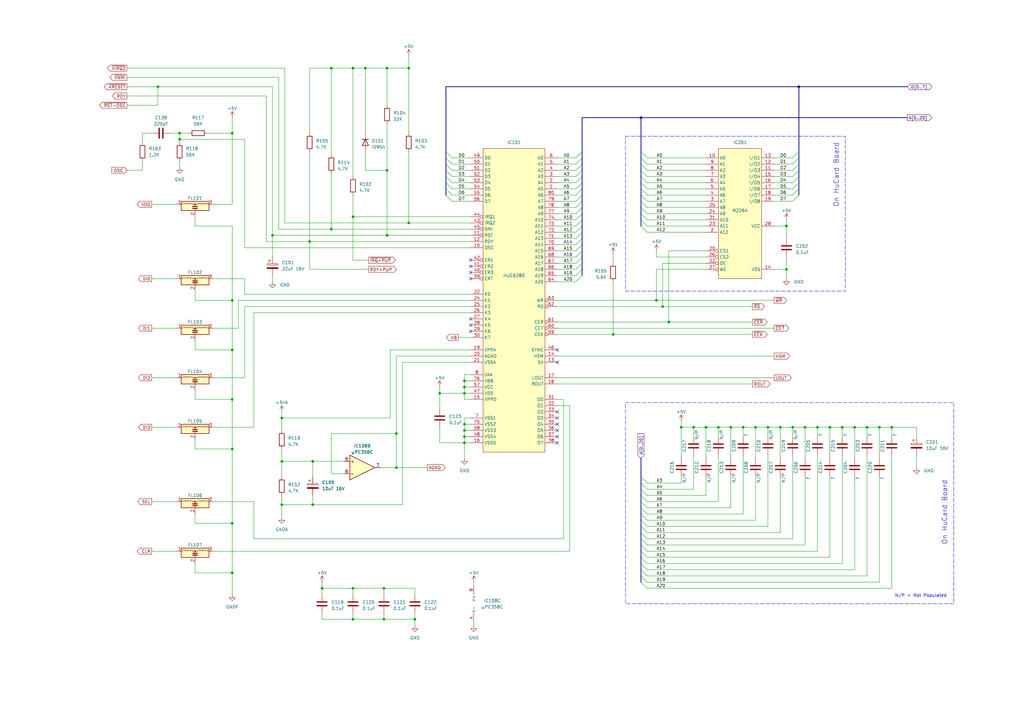
<source format=kicad_sch>
(kicad_sch (version 20230121) (generator eeschema)
  (paper "A3")
  (title_block (title "PC Engine CPU and RAM") (date "2023-08-17") (rev "1.0") (comment 1 "Differences reverse engineered from original PWD-623A board") (comment 2 "Adapted from existing TurboGrafx-16 schematics by Cosam"))
  (junction (at 95.25 184.15))
  (junction (at 128.27 207.01))
  (junction (at 144.78 254))
  (junction (at 95.25 234.95))
  (junction (at 115.57 207.01))
  (junction (at 170.18 254))
  (junction (at 190.5 158.75))
  (junction (at 365.76 175.26))
  (junction (at 340.36 175.26))
  (junction (at 262.89 48.26))
  (junction (at 144.78 27.94))
  (junction (at 95.25 163.83))
  (junction (at 135.89 93.98))
  (junction (at 251.46 137.16))
  (junction (at 111.76 96.52))
  (junction (at 127 99.06))
  (junction (at 149.86 27.94))
  (junction (at 73.66 54.61))
  (junction (at 64.77 35.56))
  (junction (at 162.56 191.77))
  (junction (at 73.66 57.15))
  (junction (at 167.64 27.94))
  (junction (at 320.04 175.26))
  (junction (at 144.78 88.9))
  (junction (at 350.52 175.26))
  (junction (at 95.25 123.19))
  (junction (at 158.75 96.52))
  (junction (at 190.5 179.07))
  (junction (at 269.24 123.19))
  (junction (at 95.25 214.63))
  (junction (at 330.2 175.26))
  (junction (at 190.5 176.53))
  (junction (at 180.34 161.29))
  (junction (at 304.8 175.26))
  (junction (at 322.58 92.71))
  (junction (at 190.5 161.29))
  (junction (at 335.28 175.26))
  (junction (at 279.4 175.26))
  (junction (at 115.57 171.45))
  (junction (at 95.25 143.51))
  (junction (at 157.48 254))
  (junction (at 132.08 241.3))
  (junction (at 284.48 175.26))
  (junction (at 128.27 189.23))
  (junction (at 274.32 132.08))
  (junction (at 190.5 173.99))
  (junction (at 322.58 110.49))
  (junction (at 162.56 177.8))
  (junction (at 289.56 175.26))
  (junction (at 299.72 175.26))
  (junction (at 158.75 27.94))
  (junction (at 325.12 175.26))
  (junction (at 345.44 175.26))
  (junction (at 167.64 91.44))
  (junction (at 314.96 175.26))
  (junction (at 115.57 189.23))
  (junction (at 271.78 125.73))
  (junction (at 158.75 69.85))
  (junction (at 309.88 175.26))
  (junction (at 135.89 27.94))
  (junction (at 144.78 241.3))
  (junction (at 157.48 241.3))
  (junction (at 95.25 54.61))
  (junction (at 190.5 156.21))
  (junction (at 294.64 175.26))
  (junction (at 327.66 35.56))
  (junction (at 190.5 181.61))
  (junction (at 360.68 175.26))
  (junction (at 355.6 175.26))
  (no_connect (at 228.6 179.07))
  (no_connect (at 228.6 173.99))
  (no_connect (at 228.6 181.61))
  (no_connect (at 228.6 176.53))
  (no_connect (at 228.6 143.51))
  (no_connect (at 193.04 130.81))
  (no_connect (at 193.04 135.89))
  (no_connect (at 193.04 114.3))
  (no_connect (at 193.04 133.35))
  (no_connect (at 228.6 171.45))
  (no_connect (at 228.6 148.59))
  (no_connect (at 193.04 109.22))
  (no_connect (at 193.04 106.68))
  (no_connect (at 228.6 168.91))
  (no_connect (at 193.04 111.76))
  (bus_entry (at 262.89 208.28) (size 2.54 2.54))
  (bus_entry (at 262.89 62.23) (size 2.54 2.54))
  (bus_entry (at 238.76 113.03) (size -2.54 2.54))
  (bus_entry (at 238.76 87.63) (size -2.54 2.54))
  (bus_entry (at 238.76 90.17) (size -2.54 2.54))
  (bus_entry (at 262.89 205.74) (size 2.54 2.54))
  (bus_entry (at 182.88 69.85) (size 2.54 2.54))
  (bus_entry (at 238.76 69.85) (size -2.54 2.54))
  (bus_entry (at 262.89 200.66) (size 2.54 2.54))
  (bus_entry (at 262.89 203.2) (size 2.54 2.54))
  (bus_entry (at 238.76 77.47) (size -2.54 2.54))
  (bus_entry (at 262.89 220.98) (size 2.54 2.54))
  (bus_entry (at 238.76 102.87) (size -2.54 2.54))
  (bus_entry (at 238.76 74.93) (size -2.54 2.54))
  (bus_entry (at 262.89 72.39) (size 2.54 2.54))
  (bus_entry (at 262.89 80.01) (size 2.54 2.54))
  (bus_entry (at 262.89 218.44) (size 2.54 2.54))
  (bus_entry (at 327.66 72.39) (size -2.54 2.54))
  (bus_entry (at 182.88 67.31) (size 2.54 2.54))
  (bus_entry (at 238.76 80.01) (size -2.54 2.54))
  (bus_entry (at 327.66 77.47) (size -2.54 2.54))
  (bus_entry (at 238.76 82.55) (size -2.54 2.54))
  (bus_entry (at 262.89 210.82) (size 2.54 2.54))
  (bus_entry (at 262.89 213.36) (size 2.54 2.54))
  (bus_entry (at 262.89 85.09) (size 2.54 2.54))
  (bus_entry (at 238.76 97.79) (size -2.54 2.54))
  (bus_entry (at 327.66 67.31) (size -2.54 2.54))
  (bus_entry (at 182.88 77.47) (size 2.54 2.54))
  (bus_entry (at 238.76 105.41) (size -2.54 2.54))
  (bus_entry (at 182.88 62.23) (size 2.54 2.54))
  (bus_entry (at 262.89 223.52) (size 2.54 2.54))
  (bus_entry (at 327.66 62.23) (size -2.54 2.54))
  (bus_entry (at 262.89 69.85) (size 2.54 2.54))
  (bus_entry (at 238.76 100.33) (size -2.54 2.54))
  (bus_entry (at 262.89 92.71) (size 2.54 2.54))
  (bus_entry (at 182.88 80.01) (size 2.54 2.54))
  (bus_entry (at 262.89 198.12) (size 2.54 2.54))
  (bus_entry (at 238.76 64.77) (size -2.54 2.54))
  (bus_entry (at 262.89 233.68) (size 2.54 2.54))
  (bus_entry (at 327.66 69.85) (size -2.54 2.54))
  (bus_entry (at 262.89 226.06) (size 2.54 2.54))
  (bus_entry (at 262.89 64.77) (size 2.54 2.54))
  (bus_entry (at 238.76 62.23) (size -2.54 2.54))
  (bus_entry (at 262.89 195.58) (size 2.54 2.54))
  (bus_entry (at 238.76 110.49) (size -2.54 2.54))
  (bus_entry (at 262.89 74.93) (size 2.54 2.54))
  (bus_entry (at 262.89 215.9) (size 2.54 2.54))
  (bus_entry (at 238.76 95.25) (size -2.54 2.54))
  (bus_entry (at 182.88 74.93) (size 2.54 2.54))
  (bus_entry (at 327.66 64.77) (size -2.54 2.54))
  (bus_entry (at 182.88 72.39) (size 2.54 2.54))
  (bus_entry (at 262.89 90.17) (size 2.54 2.54))
  (bus_entry (at 262.89 82.55) (size 2.54 2.54))
  (bus_entry (at 262.89 87.63) (size 2.54 2.54))
  (bus_entry (at 262.89 238.76) (size 2.54 2.54))
  (bus_entry (at 327.66 80.01) (size -2.54 2.54))
  (bus_entry (at 262.89 231.14) (size 2.54 2.54))
  (bus_entry (at 238.76 72.39) (size -2.54 2.54))
  (bus_entry (at 262.89 67.31) (size 2.54 2.54))
  (bus_entry (at 262.89 236.22) (size 2.54 2.54))
  (bus_entry (at 238.76 107.95) (size -2.54 2.54))
  (bus_entry (at 262.89 228.6) (size 2.54 2.54))
  (bus_entry (at 182.88 64.77) (size 2.54 2.54))
  (bus_entry (at 327.66 74.93) (size -2.54 2.54))
  (bus_entry (at 238.76 92.71) (size -2.54 2.54))
  (bus_entry (at 238.76 67.31) (size -2.54 2.54))
  (bus_entry (at 238.76 85.09) (size -2.54 2.54))
  (bus_entry (at 262.89 77.47) (size 2.54 2.54))
  (wire (pts (xy 193.04 93.98) (xy 135.89 93.98)))
  (wire (pts (xy 62.23 83.82) (xy 72.39 83.82)))
  (bus (pts (xy 262.89 213.36) (xy 262.89 210.82)))
  (bus (pts (xy 262.89 187.96) (xy 262.89 195.58)))
  (wire (pts (xy 80.01 180.34) (xy 80.01 184.15)))
  (wire (pts (xy 265.43 80.01) (xy 289.56 80.01)))
  (bus (pts (xy 238.76 80.01) (xy 238.76 77.47)))
  (bus (pts (xy 327.66 35.56) (xy 327.66 62.23)))
  (wire (pts (xy 314.96 179.07) (xy 314.96 175.26)))
  (bus (pts (xy 238.76 100.33) (xy 238.76 97.79)))
  (bus (pts (xy 262.89 208.28) (xy 262.89 205.74)))
  (wire (pts (xy 158.75 27.94) (xy 167.64 27.94)))
  (wire (pts (xy 167.64 22.86) (xy 167.64 27.94)))
  (bus (pts (xy 262.89 205.74) (xy 262.89 203.2)))
  (bus (pts (xy 182.88 80.01) (xy 182.88 77.47)))
  (wire (pts (xy 265.43 198.12) (xy 279.4 198.12)))
  (wire (pts (xy 170.18 254) (xy 170.18 256.54)))
  (wire (pts (xy 350.52 175.26) (xy 350.52 187.96)))
  (wire (pts (xy 294.64 175.26) (xy 289.56 175.26)))
  (wire (pts (xy 233.68 166.37) (xy 233.68 226.06)))
  (wire (pts (xy 251.46 104.14) (xy 251.46 107.95)))
  (wire (pts (xy 135.89 27.94) (xy 144.78 27.94)))
  (bus (pts (xy 238.76 82.55) (xy 238.76 80.01)))
  (wire (pts (xy 309.88 175.26) (xy 304.8 175.26)))
  (wire (pts (xy 157.48 241.3) (xy 157.48 243.84)))
  (wire (pts (xy 360.68 238.76) (xy 265.43 238.76)))
  (wire (pts (xy 127 99.06) (xy 193.04 99.06)))
  (wire (pts (xy 228.6 90.17) (xy 236.22 90.17)))
  (wire (pts (xy 330.2 187.96) (xy 330.2 175.26)))
  (bus (pts (xy 262.89 82.55) (xy 262.89 80.01)))
  (wire (pts (xy 185.42 82.55) (xy 193.04 82.55)))
  (wire (pts (xy 193.04 146.05) (xy 162.56 146.05)))
  (bus (pts (xy 262.89 195.58) (xy 262.89 198.12)))
  (wire (pts (xy 289.56 195.58) (xy 289.56 203.2)))
  (wire (pts (xy 132.08 241.3) (xy 144.78 241.3)))
  (wire (pts (xy 265.43 82.55) (xy 289.56 82.55)))
  (wire (pts (xy 265.43 95.25) (xy 289.56 95.25)))
  (wire (pts (xy 340.36 175.26) (xy 335.28 175.26)))
  (wire (pts (xy 162.56 191.77) (xy 175.26 191.77)))
  (wire (pts (xy 345.44 231.14) (xy 345.44 186.69)))
  (wire (pts (xy 265.43 210.82) (xy 304.8 210.82)))
  (wire (pts (xy 322.58 105.41) (xy 322.58 110.49)))
  (wire (pts (xy 284.48 175.26) (xy 284.48 179.07)))
  (wire (pts (xy 180.34 181.61) (xy 180.34 175.26)))
  (wire (pts (xy 80.01 234.95) (xy 80.01 231.14)))
  (wire (pts (xy 228.6 92.71) (xy 236.22 92.71)))
  (bus (pts (xy 262.89 210.82) (xy 262.89 208.28)))
  (wire (pts (xy 95.25 92.71) (xy 95.25 123.19)))
  (wire (pts (xy 144.78 88.9) (xy 144.78 80.01)))
  (wire (pts (xy 73.66 54.61) (xy 73.66 57.15)))
  (wire (pts (xy 269.24 110.49) (xy 289.56 110.49)))
  (wire (pts (xy 228.6 102.87) (xy 236.22 102.87)))
  (bus (pts (xy 262.89 72.39) (xy 262.89 74.93)))
  (wire (pts (xy 265.43 74.93) (xy 289.56 74.93)))
  (wire (pts (xy 127 110.49) (xy 151.13 110.49)))
  (bus (pts (xy 262.89 236.22) (xy 262.89 233.68)))
  (bus (pts (xy 262.89 203.2) (xy 262.89 200.66)))
  (wire (pts (xy 289.56 105.41) (xy 269.24 105.41)))
  (wire (pts (xy 190.5 161.29) (xy 193.04 161.29)))
  (bus (pts (xy 238.76 107.95) (xy 238.76 105.41)))
  (wire (pts (xy 111.76 113.03) (xy 111.76 115.57)))
  (wire (pts (xy 73.66 66.04) (xy 73.66 68.58)))
  (wire (pts (xy 100.33 101.6) (xy 193.04 101.6)))
  (wire (pts (xy 228.6 123.19) (xy 269.24 123.19)))
  (wire (pts (xy 228.6 69.85) (xy 236.22 69.85)))
  (wire (pts (xy 335.28 226.06) (xy 335.28 186.69)))
  (bus (pts (xy 238.76 87.63) (xy 238.76 85.09)))
  (bus (pts (xy 238.76 92.71) (xy 238.76 95.25)))
  (wire (pts (xy 62.23 226.06) (xy 72.39 226.06)))
  (wire (pts (xy 87.63 226.06) (xy 233.68 226.06)))
  (wire (pts (xy 271.78 125.73) (xy 308.61 125.73)))
  (wire (pts (xy 190.5 173.99) (xy 190.5 176.53)))
  (wire (pts (xy 193.04 120.65) (xy 100.33 120.65)))
  (wire (pts (xy 111.76 96.52) (xy 158.75 96.52)))
  (wire (pts (xy 167.64 91.44) (xy 193.04 91.44)))
  (wire (pts (xy 190.5 179.07) (xy 190.5 181.61)))
  (wire (pts (xy 228.6 154.94) (xy 317.5 154.94)))
  (wire (pts (xy 330.2 175.26) (xy 325.12 175.26)))
  (wire (pts (xy 190.5 176.53) (xy 190.5 179.07)))
  (wire (pts (xy 231.14 220.98) (xy 104.14 220.98)))
  (wire (pts (xy 228.6 105.41) (xy 236.22 105.41)))
  (wire (pts (xy 127 99.06) (xy 127 110.49)))
  (bus (pts (xy 327.66 72.39) (xy 327.66 69.85)))
  (bus (pts (xy 262.89 220.98) (xy 262.89 223.52)))
  (wire (pts (xy 144.78 241.3) (xy 144.78 243.84)))
  (wire (pts (xy 180.34 161.29) (xy 180.34 167.64)))
  (wire (pts (xy 128.27 189.23) (xy 128.27 195.58)))
  (wire (pts (xy 97.79 123.19) (xy 193.04 123.19)))
  (wire (pts (xy 251.46 115.57) (xy 251.46 137.16)))
  (wire (pts (xy 294.64 179.07) (xy 294.64 175.26)))
  (bus (pts (xy 262.89 87.63) (xy 262.89 85.09)))
  (wire (pts (xy 265.43 213.36) (xy 309.88 213.36)))
  (wire (pts (xy 58.42 58.42) (xy 58.42 54.61)))
  (wire (pts (xy 95.25 83.82) (xy 95.25 54.61)))
  (wire (pts (xy 190.5 173.99) (xy 193.04 173.99)))
  (wire (pts (xy 162.56 146.05) (xy 162.56 177.8)))
  (wire (pts (xy 322.58 110.49) (xy 317.5 110.49)))
  (wire (pts (xy 330.2 223.52) (xy 265.43 223.52)))
  (bus (pts (xy 182.88 64.77) (xy 182.88 62.23)))
  (bus (pts (xy 262.89 228.6) (xy 262.89 231.14)))
  (wire (pts (xy 193.04 125.73) (xy 100.33 125.73)))
  (wire (pts (xy 190.5 181.61) (xy 180.34 181.61)))
  (wire (pts (xy 265.43 200.66) (xy 284.48 200.66)))
  (wire (pts (xy 228.6 132.08) (xy 274.32 132.08)))
  (wire (pts (xy 132.08 243.84) (xy 132.08 241.3)))
  (wire (pts (xy 69.85 54.61) (xy 73.66 54.61)))
  (wire (pts (xy 127 27.94) (xy 127 54.61)))
  (wire (pts (xy 294.64 175.26) (xy 299.72 175.26)))
  (wire (pts (xy 95.25 234.95) (xy 80.01 234.95)))
  (wire (pts (xy 365.76 175.26) (xy 375.92 175.26)))
  (wire (pts (xy 294.64 186.69) (xy 294.64 205.74)))
  (wire (pts (xy 304.8 186.69) (xy 304.8 210.82)))
  (wire (pts (xy 299.72 175.26) (xy 304.8 175.26)))
  (wire (pts (xy 265.43 228.6) (xy 340.36 228.6)))
  (bus (pts (xy 182.88 72.39) (xy 182.88 69.85)))
  (wire (pts (xy 265.43 77.47) (xy 289.56 77.47)))
  (wire (pts (xy 85.09 54.61) (xy 95.25 54.61)))
  (wire (pts (xy 52.07 43.18) (xy 64.77 43.18)))
  (wire (pts (xy 144.78 254) (xy 144.78 251.46)))
  (wire (pts (xy 115.57 207.01) (xy 128.27 207.01)))
  (bus (pts (xy 262.89 77.47) (xy 262.89 74.93)))
  (wire (pts (xy 185.42 64.77) (xy 193.04 64.77)))
  (wire (pts (xy 62.23 205.74) (xy 72.39 205.74)))
  (wire (pts (xy 185.42 69.85) (xy 193.04 69.85)))
  (wire (pts (xy 149.86 62.23) (xy 149.86 69.85)))
  (wire (pts (xy 80.01 163.83) (xy 95.25 163.83)))
  (wire (pts (xy 165.1 148.59) (xy 165.1 207.01)))
  (wire (pts (xy 73.66 54.61) (xy 77.47 54.61)))
  (bus (pts (xy 238.76 92.71) (xy 238.76 90.17)))
  (wire (pts (xy 228.6 166.37) (xy 233.68 166.37)))
  (wire (pts (xy 228.6 107.95) (xy 236.22 107.95)))
  (wire (pts (xy 95.25 54.61) (xy 95.25 48.26)))
  (wire (pts (xy 132.08 238.76) (xy 132.08 241.3)))
  (wire (pts (xy 116.84 27.94) (xy 52.07 27.94)))
  (wire (pts (xy 64.77 43.18) (xy 64.77 35.56)))
  (wire (pts (xy 350.52 233.68) (xy 265.43 233.68)))
  (wire (pts (xy 80.01 214.63) (xy 95.25 214.63)))
  (wire (pts (xy 330.2 195.58) (xy 330.2 223.52)))
  (bus (pts (xy 327.66 67.31) (xy 327.66 64.77)))
  (bus (pts (xy 262.89 48.26) (xy 262.89 62.23)))
  (wire (pts (xy 314.96 186.69) (xy 314.96 215.9)))
  (wire (pts (xy 111.76 35.56) (xy 64.77 35.56)))
  (wire (pts (xy 62.23 154.94) (xy 72.39 154.94)))
  (wire (pts (xy 115.57 189.23) (xy 128.27 189.23)))
  (bus (pts (xy 327.66 77.47) (xy 327.66 74.93)))
  (wire (pts (xy 345.44 175.26) (xy 350.52 175.26)))
  (wire (pts (xy 190.5 156.21) (xy 193.04 156.21)))
  (wire (pts (xy 95.25 163.83) (xy 95.25 184.15)))
  (wire (pts (xy 265.43 87.63) (xy 289.56 87.63)))
  (wire (pts (xy 317.5 67.31) (xy 325.12 67.31)))
  (wire (pts (xy 144.78 27.94) (xy 149.86 27.94)))
  (wire (pts (xy 149.86 27.94) (xy 149.86 54.61)))
  (wire (pts (xy 100.33 154.94) (xy 87.63 154.94)))
  (wire (pts (xy 180.34 161.29) (xy 190.5 161.29)))
  (wire (pts (xy 265.43 67.31) (xy 289.56 67.31)))
  (bus (pts (xy 262.89 90.17) (xy 262.89 87.63)))
  (wire (pts (xy 170.18 254) (xy 157.48 254)))
  (wire (pts (xy 100.33 125.73) (xy 100.33 154.94)))
  (wire (pts (xy 190.5 153.67) (xy 193.04 153.67)))
  (wire (pts (xy 157.48 241.3) (xy 170.18 241.3)))
  (wire (pts (xy 269.24 105.41) (xy 269.24 102.87)))
  (wire (pts (xy 160.02 143.51) (xy 193.04 143.51)))
  (wire (pts (xy 190.5 179.07) (xy 193.04 179.07)))
  (wire (pts (xy 115.57 189.23) (xy 115.57 184.15)))
  (bus (pts (xy 182.88 35.56) (xy 327.66 35.56)))
  (wire (pts (xy 187.96 138.43) (xy 193.04 138.43)))
  (bus (pts (xy 238.76 97.79) (xy 238.76 95.25)))
  (wire (pts (xy 100.33 57.15) (xy 100.33 101.6)))
  (wire (pts (xy 193.04 96.52) (xy 158.75 96.52)))
  (wire (pts (xy 114.3 93.98) (xy 135.89 93.98)))
  (bus (pts (xy 262.89 64.77) (xy 262.89 67.31)))
  (wire (pts (xy 109.22 99.06) (xy 127 99.06)))
  (wire (pts (xy 111.76 96.52) (xy 111.76 105.41)))
  (wire (pts (xy 193.04 88.9) (xy 144.78 88.9)))
  (bus (pts (xy 262.89 198.12) (xy 262.89 200.66)))
  (wire (pts (xy 115.57 189.23) (xy 115.57 195.58)))
  (bus (pts (xy 238.76 77.47) (xy 238.76 74.93)))
  (wire (pts (xy 185.42 77.47) (xy 193.04 77.47)))
  (wire (pts (xy 190.5 158.75) (xy 190.5 161.29)))
  (wire (pts (xy 265.43 208.28) (xy 299.72 208.28)))
  (wire (pts (xy 190.5 153.67) (xy 190.5 156.21)))
  (bus (pts (xy 262.89 67.31) (xy 262.89 69.85)))
  (wire (pts (xy 265.43 90.17) (xy 289.56 90.17)))
  (wire (pts (xy 194.31 255.27) (xy 194.31 256.54)))
  (wire (pts (xy 355.6 175.26) (xy 355.6 179.07)))
  (bus (pts (xy 262.89 226.06) (xy 262.89 228.6)))
  (wire (pts (xy 279.4 172.72) (xy 279.4 175.26)))
  (wire (pts (xy 265.43 85.09) (xy 289.56 85.09)))
  (wire (pts (xy 299.72 195.58) (xy 299.72 208.28)))
  (wire (pts (xy 104.14 128.27) (xy 193.04 128.27)))
  (wire (pts (xy 265.43 203.2) (xy 289.56 203.2)))
  (wire (pts (xy 144.78 241.3) (xy 157.48 241.3)))
  (wire (pts (xy 365.76 241.3) (xy 265.43 241.3)))
  (wire (pts (xy 144.78 27.94) (xy 144.78 72.39)))
  (wire (pts (xy 317.5 82.55) (xy 325.12 82.55)))
  (bus (pts (xy 182.88 67.31) (xy 182.88 64.77)))
  (bus (pts (xy 262.89 231.14) (xy 262.89 233.68)))
  (wire (pts (xy 289.56 175.26) (xy 289.56 187.96)))
  (wire (pts (xy 144.78 88.9) (xy 144.78 106.68)))
  (wire (pts (xy 80.01 139.7) (xy 80.01 143.51)))
  (wire (pts (xy 274.32 102.87) (xy 289.56 102.87)))
  (wire (pts (xy 80.01 210.82) (xy 80.01 214.63)))
  (bus (pts (xy 182.88 62.23) (xy 182.88 35.56)))
  (bus (pts (xy 238.76 64.77) (xy 238.76 67.31)))
  (wire (pts (xy 170.18 241.3) (xy 170.18 243.84)))
  (bus (pts (xy 238.76 67.31) (xy 238.76 69.85)))
  (wire (pts (xy 325.12 175.26) (xy 320.04 175.26)))
  (wire (pts (xy 228.6 64.77) (xy 236.22 64.77)))
  (wire (pts (xy 317.5 64.77) (xy 325.12 64.77)))
  (bus (pts (xy 262.89 48.26) (xy 372.11 48.26)))
  (wire (pts (xy 345.44 175.26) (xy 345.44 179.07)))
  (wire (pts (xy 375.92 186.69) (xy 375.92 191.77)))
  (wire (pts (xy 355.6 186.69) (xy 355.6 236.22)))
  (wire (pts (xy 104.14 175.26) (xy 104.14 128.27)))
  (wire (pts (xy 167.64 62.23) (xy 167.64 91.44)))
  (wire (pts (xy 127 62.23) (xy 127 99.06)))
  (wire (pts (xy 80.01 88.9) (xy 80.01 92.71)))
  (bus (pts (xy 262.89 215.9) (xy 262.89 213.36)))
  (wire (pts (xy 228.6 163.83) (xy 231.14 163.83)))
  (wire (pts (xy 193.04 163.83) (xy 190.5 163.83)))
  (wire (pts (xy 251.46 137.16) (xy 228.6 137.16)))
  (wire (pts (xy 350.52 195.58) (xy 350.52 233.68)))
  (bus (pts (xy 238.76 69.85) (xy 238.76 72.39)))
  (bus (pts (xy 182.88 74.93) (xy 182.88 72.39)))
  (wire (pts (xy 375.92 175.26) (xy 375.92 179.07)))
  (wire (pts (xy 115.57 168.91) (xy 115.57 171.45)))
  (wire (pts (xy 228.6 82.55) (xy 236.22 82.55)))
  (wire (pts (xy 265.43 64.77) (xy 289.56 64.77)))
  (wire (pts (xy 115.57 171.45) (xy 160.02 171.45)))
  (wire (pts (xy 228.6 72.39) (xy 236.22 72.39)))
  (wire (pts (xy 128.27 189.23) (xy 140.97 189.23)))
  (wire (pts (xy 322.58 92.71) (xy 322.58 97.79)))
  (wire (pts (xy 279.4 175.26) (xy 279.4 187.96)))
  (wire (pts (xy 80.01 143.51) (xy 95.25 143.51)))
  (wire (pts (xy 265.43 236.22) (xy 355.6 236.22)))
  (wire (pts (xy 160.02 171.45) (xy 160.02 143.51)))
  (wire (pts (xy 162.56 177.8) (xy 162.56 191.77)))
  (wire (pts (xy 135.89 71.12) (xy 135.89 93.98)))
  (bus (pts (xy 262.89 62.23) (xy 262.89 64.77)))
  (wire (pts (xy 228.6 110.49) (xy 236.22 110.49)))
  (wire (pts (xy 158.75 69.85) (xy 158.75 96.52)))
  (wire (pts (xy 284.48 186.69) (xy 284.48 200.66)))
  (wire (pts (xy 193.04 171.45) (xy 190.5 171.45)))
  (wire (pts (xy 193.04 148.59) (xy 165.1 148.59)))
  (wire (pts (xy 104.14 220.98) (xy 104.14 205.74)))
  (wire (pts (xy 180.34 161.29) (xy 180.34 158.75)))
  (wire (pts (xy 135.89 177.8) (xy 162.56 177.8)))
  (wire (pts (xy 62.23 114.3) (xy 72.39 114.3)))
  (bus (pts (xy 238.76 85.09) (xy 238.76 82.55)))
  (wire (pts (xy 340.36 175.26) (xy 345.44 175.26)))
  (wire (pts (xy 228.6 125.73) (xy 271.78 125.73)))
  (bus (pts (xy 238.76 102.87) (xy 238.76 100.33)))
  (wire (pts (xy 132.08 254) (xy 132.08 251.46)))
  (wire (pts (xy 309.88 187.96) (xy 309.88 175.26)))
  (wire (pts (xy 190.5 176.53) (xy 193.04 176.53)))
  (wire (pts (xy 73.66 57.15) (xy 73.66 58.42)))
  (wire (pts (xy 265.43 72.39) (xy 289.56 72.39)))
  (wire (pts (xy 317.5 69.85) (xy 325.12 69.85)))
  (wire (pts (xy 116.84 91.44) (xy 167.64 91.44)))
  (wire (pts (xy 231.14 163.83) (xy 231.14 220.98)))
  (wire (pts (xy 158.75 43.18) (xy 158.75 27.94)))
  (wire (pts (xy 135.89 27.94) (xy 135.89 63.5)))
  (bus (pts (xy 262.89 69.85) (xy 262.89 72.39)))
  (wire (pts (xy 62.23 175.26) (xy 72.39 175.26)))
  (wire (pts (xy 80.01 92.71) (xy 95.25 92.71)))
  (wire (pts (xy 111.76 96.52) (xy 111.76 35.56)))
  (wire (pts (xy 335.28 179.07) (xy 335.28 175.26)))
  (wire (pts (xy 228.6 95.25) (xy 236.22 95.25)))
  (wire (pts (xy 157.48 254) (xy 157.48 251.46)))
  (wire (pts (xy 228.6 85.09) (xy 236.22 85.09)))
  (wire (pts (xy 144.78 254) (xy 132.08 254)))
  (wire (pts (xy 228.6 115.57) (xy 236.22 115.57)))
  (wire (pts (xy 309.88 195.58) (xy 309.88 213.36)))
  (wire (pts (xy 228.6 74.93) (xy 236.22 74.93)))
  (wire (pts (xy 360.68 175.26) (xy 365.76 175.26)))
  (wire (pts (xy 317.5 72.39) (xy 325.12 72.39)))
  (bus (pts (xy 238.76 113.03) (xy 238.76 110.49)))
  (wire (pts (xy 190.5 181.61) (xy 193.04 181.61)))
  (wire (pts (xy 58.42 54.61) (xy 62.23 54.61)))
  (bus (pts (xy 262.89 92.71) (xy 262.89 90.17)))
  (wire (pts (xy 265.43 69.85) (xy 289.56 69.85)))
  (bus (pts (xy 262.89 236.22) (xy 262.89 238.76)))
  (bus (pts (xy 262.89 215.9) (xy 262.89 218.44)))
  (wire (pts (xy 73.66 57.15) (xy 100.33 57.15)))
  (wire (pts (xy 190.5 156.21) (xy 190.5 158.75)))
  (wire (pts (xy 274.32 132.08) (xy 308.61 132.08)))
  (wire (pts (xy 228.6 80.01) (xy 236.22 80.01)))
  (wire (pts (xy 320.04 187.96) (xy 320.04 175.26)))
  (wire (pts (xy 304.8 175.26) (xy 304.8 179.07)))
  (wire (pts (xy 228.6 146.05) (xy 317.5 146.05)))
  (wire (pts (xy 114.3 31.75) (xy 52.07 31.75)))
  (wire (pts (xy 87.63 83.82) (xy 95.25 83.82)))
  (wire (pts (xy 320.04 175.26) (xy 314.96 175.26)))
  (wire (pts (xy 64.77 35.56) (xy 52.07 35.56)))
  (wire (pts (xy 322.58 90.17) (xy 322.58 92.71)))
  (wire (pts (xy 97.79 123.19) (xy 97.79 134.62)))
  (wire (pts (xy 265.43 231.14) (xy 345.44 231.14)))
  (wire (pts (xy 116.84 91.44) (xy 116.84 27.94)))
  (wire (pts (xy 265.43 92.71) (xy 289.56 92.71)))
  (wire (pts (xy 149.86 69.85) (xy 158.75 69.85)))
  (wire (pts (xy 95.25 234.95) (xy 95.25 243.84)))
  (bus (pts (xy 262.89 85.09) (xy 262.89 82.55)))
  (wire (pts (xy 185.42 67.31) (xy 193.04 67.31)))
  (wire (pts (xy 144.78 106.68) (xy 151.13 106.68)))
  (wire (pts (xy 190.5 161.29) (xy 190.5 163.83)))
  (wire (pts (xy 365.76 186.69) (xy 365.76 241.3)))
  (bus (pts (xy 238.76 105.41) (xy 238.76 102.87)))
  (wire (pts (xy 265.43 220.98) (xy 325.12 220.98)))
  (wire (pts (xy 100.33 114.3) (xy 100.33 120.65)))
  (wire (pts (xy 185.42 72.39) (xy 193.04 72.39)))
  (wire (pts (xy 265.43 218.44) (xy 320.04 218.44)))
  (wire (pts (xy 95.25 123.19) (xy 95.25 143.51)))
  (wire (pts (xy 284.48 175.26) (xy 289.56 175.26)))
  (wire (pts (xy 194.31 238.76) (xy 194.31 240.03)))
  (wire (pts (xy 340.36 228.6) (xy 340.36 195.58)))
  (wire (pts (xy 162.56 191.77) (xy 156.21 191.77)))
  (wire (pts (xy 228.6 100.33) (xy 236.22 100.33)))
  (wire (pts (xy 299.72 175.26) (xy 299.72 187.96)))
  (bus (pts (xy 327.66 64.77) (xy 327.66 62.23)))
  (wire (pts (xy 62.23 134.62) (xy 72.39 134.62)))
  (bus (pts (xy 238.76 48.26) (xy 262.89 48.26)))
  (wire (pts (xy 265.43 205.74) (xy 294.64 205.74)))
  (wire (pts (xy 114.3 93.98) (xy 114.3 31.75)))
  (bus (pts (xy 182.88 69.85) (xy 182.88 67.31)))
  (wire (pts (xy 271.78 107.95) (xy 289.56 107.95)))
  (bus (pts (xy 182.88 77.47) (xy 182.88 74.93)))
  (wire (pts (xy 279.4 175.26) (xy 284.48 175.26)))
  (wire (pts (xy 52.07 39.37) (xy 109.22 39.37)))
  (bus (pts (xy 238.76 90.17) (xy 238.76 87.63)))
  (wire (pts (xy 95.25 143.51) (xy 95.25 163.83)))
  (wire (pts (xy 228.6 67.31) (xy 236.22 67.31)))
  (wire (pts (xy 355.6 175.26) (xy 360.68 175.26)))
  (wire (pts (xy 228.6 157.48) (xy 308.61 157.48)))
  (wire (pts (xy 228.6 77.47) (xy 236.22 77.47)))
  (wire (pts (xy 158.75 69.85) (xy 158.75 50.8)))
  (wire (pts (xy 52.07 69.85) (xy 58.42 69.85)))
  (wire (pts (xy 265.43 215.9) (xy 314.96 215.9)))
  (wire (pts (xy 340.36 187.96) (xy 340.36 175.26)))
  (wire (pts (xy 157.48 254) (xy 144.78 254)))
  (wire (pts (xy 350.52 175.26) (xy 355.6 175.26)))
  (wire (pts (xy 58.42 69.85) (xy 58.42 66.04)))
  (wire (pts (xy 167.64 27.94) (xy 167.64 54.61)))
  (wire (pts (xy 140.97 194.31) (xy 135.89 194.31)))
  (wire (pts (xy 360.68 195.58) (xy 360.68 238.76)))
  (wire (pts (xy 317.5 77.47) (xy 325.12 77.47)))
  (wire (pts (xy 279.4 195.58) (xy 279.4 198.12)))
  (wire (pts (xy 95.25 184.15) (xy 95.25 214.63)))
  (wire (pts (xy 170.18 251.46) (xy 170.18 254)))
  (wire (pts (xy 109.22 39.37) (xy 109.22 99.06)))
  (bus (pts (xy 238.76 72.39) (xy 238.76 74.93)))
  (wire (pts (xy 269.24 123.19) (xy 317.5 123.19)))
  (wire (pts (xy 360.68 175.26) (xy 360.68 187.96)))
  (bus (pts (xy 238.76 62.23) (xy 238.76 64.77)))
  (wire (pts (xy 228.6 87.63) (xy 236.22 87.63)))
  (wire (pts (xy 115.57 207.01) (xy 115.57 212.09)))
  (bus (pts (xy 327.66 35.56) (xy 372.11 35.56)))
  (wire (pts (xy 314.96 175.26) (xy 309.88 175.26)))
  (wire (pts (xy 335.28 175.26) (xy 330.2 175.26)))
  (wire (pts (xy 228.6 113.03) (xy 236.22 113.03)))
  (wire (pts (xy 127 27.94) (xy 135.89 27.94)))
  (wire (pts (xy 80.01 119.38) (xy 80.01 123.19)))
  (wire (pts (xy 185.42 74.93) (xy 193.04 74.93)))
  (bus (pts (xy 327.66 69.85) (xy 327.66 67.31)))
  (wire (pts (xy 317.5 74.93) (xy 325.12 74.93)))
  (wire (pts (xy 97.79 134.62) (xy 87.63 134.62)))
  (wire (pts (xy 325.12 186.69) (xy 325.12 220.98)))
  (wire (pts (xy 265.43 226.06) (xy 335.28 226.06)))
  (bus (pts (xy 327.66 74.93) (xy 327.66 72.39)))
  (wire (pts (xy 190.5 158.75) (xy 193.04 158.75)))
  (wire (pts (xy 269.24 123.19) (xy 269.24 110.49)))
  (wire (pts (xy 115.57 171.45) (xy 115.57 176.53)))
  (wire (pts (xy 80.01 184.15) (xy 95.25 184.15)))
  (bus (pts (xy 327.66 80.01) (xy 327.66 77.47)))
  (wire (pts (xy 104.14 205.74) (xy 87.63 205.74)))
  (wire (pts (xy 80.01 160.02) (xy 80.01 163.83)))
  (wire (pts (xy 165.1 207.01) (xy 128.27 207.01)))
  (bus (pts (xy 238.76 110.49) (xy 238.76 107.95)))
  (bus (pts (xy 262.89 80.01) (xy 262.89 77.47)))
  (wire (pts (xy 87.63 175.26) (xy 104.14 175.26)))
  (wire (pts (xy 185.42 80.01) (xy 193.04 80.01)))
  (wire (pts (xy 190.5 171.45) (xy 190.5 173.99)))
  (wire (pts (xy 325.12 179.07) (xy 325.12 175.26)))
  (wire (pts (xy 322.58 110.49) (xy 322.58 114.3)))
  (bus (pts (xy 262.89 218.44) (xy 262.89 220.98)))
  (wire (pts (xy 228.6 97.79) (xy 236.22 97.79)))
  (wire (pts (xy 135.89 194.31) (xy 135.89 177.8)))
  (wire (pts (xy 274.32 132.08) (xy 274.32 102.87)))
  (wire (pts (xy 190.5 181.61) (xy 190.5 187.96)))
  (wire (pts (xy 317.5 92.71) (xy 322.58 92.71)))
  (wire (pts (xy 320.04 195.58) (xy 320.04 218.44)))
  (bus (pts (xy 238.76 62.23) (xy 238.76 48.26)))
  (wire (pts (xy 115.57 203.2) (xy 115.57 207.01)))
  (bus (pts (xy 262.89 223.52) (xy 262.89 226.06)))
  (wire (pts (xy 365.76 175.26) (xy 365.76 179.07)))
  (wire (pts (xy 80.01 123.19) (xy 95.25 123.19)))
  (wire (pts (xy 87.63 114.3) (xy 100.33 114.3)))
  (wire (pts (xy 308.61 137.16) (xy 251.46 137.16)))
  (wire (pts (xy 149.86 27.94) (xy 158.75 27.94)))
  (wire (pts (xy 271.78 125.73) (xy 271.78 107.95)))
  (wire (pts (xy 128.27 207.01) (xy 128.27 203.2)))
  (wire (pts (xy 317.5 80.01) (xy 325.12 80.01)))
  (wire (pts (xy 228.6 134.62) (xy 317.5 134.62)))
  (wire (pts (xy 95.25 214.63) (xy 95.25 234.95)))
  (rectangle (start 256.54 165.1) (end 391.16 247.65) (stroke (width 0) (type dash)))
  (rectangle (start 256.54 55.88) (end 346.71 119.38) (stroke (width 0) (type dash)))
  (text "On HuCard Board" (at 344.17 85.09 90) (effects (font (size 2 2)) (justify left bottom)))
  (text "N/P = Not Populated" (at 367.03 245.11 0) (effects (font (size 1.27 1.27)) (justify left bottom)))
  (text "On HuCard Board" (at 388.62 223.52 90) (effects (font (size 2 2)) (justify left bottom)))
  (label "A8" (at 269.24 85.09 0))
  (label "A11" (at 269.24 92.71 0))
  (label "A2" (at 231.14 69.85 0))
  (label "A14" (at 269.24 226.06 0))
  (label "A11" (at 231.14 92.71 0))
  (label "A13" (at 269.24 223.52 0))
  (label "D3" (at 187.96 72.39 0))
  (label "A9" (at 231.14 87.63 0))
  (label "A4" (at 269.24 200.66 0))
  (label "A9" (at 269.24 87.63 0))
  (label "A13" (at 231.14 97.79 0))
  (label "A12" (at 269.24 220.98 0))
  (label "D1" (at 187.96 67.31 0))
  (label "A10" (at 269.24 215.9 0))
  (label "A15" (at 269.24 228.6 0))
  (label "D7" (at 322.58 82.55 180))
  (label "D1" (at 322.58 67.31 180))
  (label "A20" (at 269.24 241.3 0))
  (label "D6" (at 187.96 80.01 0))
  (label "A6" (at 269.24 205.74 0))
  (label "A5" (at 269.24 77.47 0))
  (label "A9" (at 269.24 213.36 0))
  (label "A6" (at 269.24 80.01 0))
  (label "A7" (at 269.24 208.28 0))
  (label "D4" (at 187.96 74.93 0))
  (label "A5" (at 231.14 77.47 0))
  (label "A16" (at 231.14 105.41 0))
  (label "A8" (at 269.24 210.82 0))
  (label "D2" (at 187.96 69.85 0))
  (label "A8" (at 231.14 85.09 0))
  (label "A1" (at 231.14 67.31 0))
  (label "A20" (at 231.14 115.57 0))
  (label "D2" (at 322.58 69.85 180))
  (label "A3" (at 231.14 72.39 0))
  (label "A7" (at 269.24 82.55 0))
  (label "A1" (at 269.24 67.31 0))
  (label "D3" (at 322.58 72.39 180))
  (label "D0" (at 322.58 64.77 180))
  (label "A17" (at 231.14 107.95 0))
  (label "A19" (at 231.14 113.03 0))
  (label "A4" (at 231.14 74.93 0))
  (label "D0" (at 187.96 64.77 0))
  (label "A11" (at 269.24 218.44 0))
  (label "A2" (at 269.24 69.85 0))
  (label "D7" (at 187.96 82.55 0))
  (label "A12" (at 269.24 95.25 0))
  (label "D6" (at 322.58 80.01 180))
  (label "A10" (at 231.14 90.17 0))
  (label "A4" (at 269.24 74.93 0))
  (label "A12" (at 231.14 95.25 0))
  (label "A17" (at 269.24 233.68 0))
  (label "A19" (at 269.24 238.76 0))
  (label "D5" (at 187.96 77.47 0))
  (label "A14" (at 231.14 100.33 0))
  (label "A16" (at 269.24 231.14 0))
  (label "A10" (at 269.24 90.17 0))
  (label "A18" (at 231.14 110.49 0))
  (label "D4" (at 322.58 74.93 180))
  (label "A5" (at 269.24 203.2 0))
  (label "A7" (at 231.14 82.55 0))
  (label "A15" (at 231.14 102.87 0))
  (label "A6" (at 231.14 80.01 0))
  (label "A18" (at 269.24 236.22 0))
  (label "A0" (at 269.24 64.77 0))
  (label "D5" (at 322.58 77.47 180))
  (label "A3" (at 269.24 72.39 0))
  (label "A0" (at 231.14 64.77 0))
  (label "A3" (at 269.24 198.12 0))
  (global_label "CLR" (shape output) (at 62.23 226.06 180) (property "Intersheetrefs" "${INTERSHEET_REFS}" (effects hide)))
  (global_label "DI2" (shape output) (at 62.23 154.94 180) (property "Intersheetrefs" "${INTERSHEET_REFS}" (effects hide)))
  (global_label "~{RD}" (shape output) (at 308.61 125.73 0) (property "Intersheetrefs" "${INTERSHEET_REFS}" (effects hide)))
  (global_label "A[0..20]" (shape input) (at 262.89 187.96 90) (property "Intersheetrefs" "${INTERSHEET_REFS}" (effects hide)))
  (global_label "D[0..7]" (shape bidirectional) (at 372.11 35.56 0) (property "Intersheetrefs" "${INTERSHEET_REFS}" (effects hide)))
  (global_label "ROUT" (shape output) (at 308.61 157.48 0) (property "Intersheetrefs" "${INTERSHEET_REFS}" (effects hide)))
  (global_label "OSC" (shape input) (at 52.07 69.85 180) (property "Intersheetrefs" "${INTERSHEET_REFS}" (effects hide)))
  (global_label "~{WR}" (shape output) (at 317.5 123.19 0) (property "Intersheetrefs" "${INTERSHEET_REFS}" (effects hide)))
  (global_label "AGND" (shape output) (at 175.26 191.77 0) (property "Intersheetrefs" "${INTERSHEET_REFS}" (effects hide)))
  (global_label "XB" (shape output) (at 187.96 138.43 180) (property "Intersheetrefs" "${INTERSHEET_REFS}" (effects hide)))
  (global_label "RDY" (shape output) (at 52.07 39.37 180) (property "Intersheetrefs" "${INTERSHEET_REFS}" (effects hide)))
  (global_label "~{IRQ+PUP}" (shape output) (at 151.13 106.68 0) (property "Intersheetrefs" "${INTERSHEET_REFS}" (effects hide)))
  (global_label "LOUT" (shape output) (at 317.5 154.94 0) (property "Intersheetrefs" "${INTERSHEET_REFS}" (effects hide)))
  (global_label "~{XRESET}" (shape output) (at 52.07 35.56 180) (property "Intersheetrefs" "${INTERSHEET_REFS}" (effects hide)))
  (global_label "RDY+PUP" (shape output) (at 151.13 110.49 0) (property "Intersheetrefs" "${INTERSHEET_REFS}" (effects hide)))
  (global_label "~{RST-OSC}" (shape output) (at 52.07 43.18 180) (property "Intersheetrefs" "${INTERSHEET_REFS}" (effects hide)))
  (global_label "SEL" (shape output) (at 62.23 205.74 180) (property "Intersheetrefs" "${INTERSHEET_REFS}" (effects hide)))
  (global_label "~{CE7}" (shape output) (at 317.5 134.62 0) (property "Intersheetrefs" "${INTERSHEET_REFS}" (effects hide)))
  (global_label "HSM" (shape output) (at 317.5 146.05 0) (property "Intersheetrefs" "${INTERSHEET_REFS}" (effects hide)))
  (global_label "~{XIRQ2}" (shape output) (at 52.07 27.94 180) (property "Intersheetrefs" "${INTERSHEET_REFS}" (effects hide)))
  (global_label "~{XNMI}" (shape output) (at 52.07 31.75 180) (property "Intersheetrefs" "${INTERSHEET_REFS}" (effects hide)))
  (global_label "VDD" (shape output) (at 62.23 83.82 180) (property "Intersheetrefs" "${INTERSHEET_REFS}" (effects hide)))
  (global_label "~{CER}" (shape output) (at 308.61 132.08 0) (property "Intersheetrefs" "${INTERSHEET_REFS}" (effects hide)))
  (global_label "A[0..20]" (shape output) (at 372.11 48.26 0) (property "Intersheetrefs" "${INTERSHEET_REFS}" (effects hide)))
  (global_label "DI0" (shape output) (at 62.23 114.3 180) (property "Intersheetrefs" "${INTERSHEET_REFS}" (effects hide)))
  (global_label "DI3" (shape output) (at 62.23 175.26 180) (property "Intersheetrefs" "${INTERSHEET_REFS}" (effects hide)))
  (global_label "DI1" (shape output) (at 62.23 134.62 180) (property "Intersheetrefs" "${INTERSHEET_REFS}" (effects hide)))
  (global_label "~{CEK}" (shape output) (at 308.61 137.16 0) (property "Intersheetrefs" "${INTERSHEET_REFS}" (effects hide)))
  (symbol (lib_id "Device:C") (at 314.96 182.88 0) (unit 1) (in_bom no) (on_board no)
    (property "Reference" "C210" (at 311.15 185.42 90) (effects (justify left)))
    (property "Value" "N/P" (at 316.23 180.34 90) (effects (justify left)))
    (property "Footprint" "A-PCENGINE:SMD_1206_C" (effects hide))
    (property "Sim.Enable" "0" (effects hide))
  )
  (symbol (lib_id "Device:Filter_EMI_LCL") (at 80.01 86.36 0) (unit 1)
    (property "Reference" "FL101" (at 80.01 81.28 0))
    (property "Value" "Filter_EMI_LCL" (effects hide))
    (property "Footprint" "A-PCENGINE:FL-5.00mm" (effects hide))
    (property "Datasheet" "http://www.murata.com/~/media/webrenewal/support/library/catalog/products/emc/emifil/c31e.ashx?la=en-gb" (effects hide))
  )
  (symbol (lib_id "Device:C") (at 350.52 191.77 0) (unit 1) (in_bom no) (on_board no)
    (property "Reference" "C204" (at 346.71 194.31 90) (effects (justify left)))
    (property "Value" "?" (at 351.79 196.85 90) (effects (justify left)))
    (property "Footprint" "A-PCENGINE:SMD_1206_C" (effects hide))
    (property "Sim.Enable" "0" (effects hide))
  )
  (symbol (lib_id "Device:R") (at 115.57 199.39 0) (unit 1)
    (property "Reference" "R152" (at 118.11 198.755 0) (effects (justify left)))
    (property "Value" "4.7K" (at 118.11 201.295 0) (effects (justify left)))
    (property "Footprint" "A-PCENGINE:SMD_1206" (effects hide))
  )
  (symbol (lib_id "Device:R") (at 158.75 46.99 0) (unit 1)
    (property "Reference" "R104" (at 161.29 46.355 0) (effects (justify left)))
    (property "Value" "33K" (at 161.29 48.895 0) (effects (justify left)))
    (property "Footprint" "A-PCENGINE:SMD_1206" (effects hide))
  )
  (symbol (lib_id "power:GNDA") (at 115.57 212.09 0) (unit 1)
    (property "Reference" "#PWR09" (effects hide))
    (property "Value" "GNDA" (at 115.57 217.17 0))
  )
  (symbol (lib_id "Device:R") (at 135.89 67.31 0) (unit 1)
    (property "Reference" "R114" (at 138.43 66.675 0) (effects (justify left)))
    (property "Value" "4.7K" (at 138.43 69.215 0) (effects (justify left)))
    (property "Footprint" "A-PCENGINE:SMD_1206" (effects hide))
  )
  (symbol (lib_id "Device:Filter_EMI_LCL") (at 80.01 157.48 0) (unit 1)
    (property "Reference" "FL104" (at 80.01 152.4 0))
    (property "Value" "Filter_EMI_LCL" (effects hide))
    (property "Footprint" "A-PCENGINE:FL-5.00mm" (effects hide))
    (property "Datasheet" "http://www.murata.com/~/media/webrenewal/support/library/catalog/products/emc/emifil/c31e.ashx?la=en-gb" (effects hide))
  )
  (symbol (lib_id "power:+5V") (at 95.25 48.26 0) (unit 1)
    (property "Reference" "#PWR012" (effects hide))
    (property "Value" "+5V" (at 95.25 44.45 0))
  )
  (symbol (lib_id "Device:Filter_EMI_LCL") (at 80.01 116.84 0) (unit 1)
    (property "Reference" "FL102" (at 80.01 111.76 0))
    (property "Value" "Filter_EMI_LCL" (effects hide))
    (property "Footprint" "A-PCENGINE:FL-5.00mm" (effects hide))
    (property "Datasheet" "http://www.murata.com/~/media/webrenewal/support/library/catalog/products/emc/emifil/c31e.ashx?la=en-gb" (effects hide))
  )
  (symbol (lib_id "Device:C") (at 132.08 247.65 0) (unit 1)
    (property "Reference" "C119" (at 135.89 247.015 0) (effects (justify left)))
    (property "Value" "0.1uF" (at 135.89 249.555 0) (effects (justify left)))
    (property "Footprint" "A-PCENGINE:SMD_1206_C" (effects hide))
  )
  (symbol (lib_id "Device:C") (at 345.44 182.88 0) (unit 1) (in_bom no) (on_board no)
    (property "Reference" "C215" (at 341.63 185.42 90) (effects (justify left)))
    (property "Value" "?" (at 346.71 179.07 90) (effects (justify left)))
    (property "Footprint" "A-PCENGINE:SMD_1206_C" (effects hide))
    (property "Sim.Enable" "0" (effects hide))
  )
  (symbol (lib_id "Device:C") (at 304.8 182.88 0) (unit 1) (in_bom no) (on_board no)
    (property "Reference" "C209" (at 300.99 185.42 90) (effects (justify left)))
    (property "Value" "?" (at 306.07 179.07 90) (effects (justify left)))
    (property "Footprint" "A-PCENGINE:SMD_1206_C" (effects hide))
    (property "Sim.Enable" "0" (effects hide))
  )
  (symbol (lib_id "Device:R") (at 167.64 58.42 0) (unit 1)
    (property "Reference" "R103" (at 170.18 57.785 0) (effects (justify left)))
    (property "Value" "4.7K" (at 170.18 60.325 0) (effects (justify left)))
    (property "Footprint" "A-PCENGINE:SMD_1206" (effects hide))
  )
  (symbol (lib_id "PC-Engine:GNDF") (at 95.25 243.84 0) (unit 1)
    (property "Reference" "#PWR011" (effects hide))
    (property "Value" "GNDF" (at 95.25 248.92 0))
  )
  (symbol (lib_id "power:+5V") (at 251.46 104.14 0) (unit 1)
    (property "Reference" "#PWR027" (effects hide))
    (property "Value" "+5V" (at 251.46 100.33 0))
  )
  (symbol (lib_id "power:GND") (at 190.5 187.96 0) (unit 1)
    (property "Reference" "#PWR04" (effects hide))
    (property "Value" "GND" (at 190.5 193.04 0))
  )
  (symbol (lib_id "power:GND") (at 170.18 256.54 0) (unit 1)
    (property "Reference" "#PWR07" (effects hide))
    (property "Value" "GND" (at 170.18 261.62 0))
  )
  (symbol (lib_id "Device:Filter_EMI_LCL") (at 80.01 137.16 0) (unit 1)
    (property "Reference" "FL103" (at 80.01 132.08 0))
    (property "Value" "Filter_EMI_LCL" (effects hide))
    (property "Footprint" "A-PCENGINE:FL-5.00mm" (effects hide))
    (property "Datasheet" "http://www.murata.com/~/media/webrenewal/support/library/catalog/products/emc/emifil/c31e.ashx?la=en-gb" (effects hide))
  )
  (symbol (lib_id "PC-Engine:Hu6280") (at 210.82 120.65 0) (unit 1)
    (property "Reference" "IC101" (at 210.82 58.42 0))
    (property "Value" "HUC6280" (at 210.82 113.03 0))
    (property "Footprint" "A-PCENGINE:HUC62xx" (effects hide))
  )
  (symbol (lib_id "power:+5V") (at 132.08 238.76 0) (unit 1)
    (property "Reference" "#PWR06" (effects hide))
    (property "Value" "+5V" (at 132.08 234.95 0))
  )
  (symbol (lib_id "Device:C") (at 360.68 191.77 0) (unit 1) (in_bom no) (on_board no)
    (property "Reference" "C220" (at 356.87 194.31 90) (effects (justify left)))
    (property "Value" "?" (at 361.95 196.85 90) (effects (justify left)))
    (property "Footprint" "A-PCENGINE:SMD_1206_C" (effects hide))
    (property "Sim.Enable" "0" (effects hide))
  )
  (symbol (lib_id "Device:C") (at 365.76 182.88 0) (unit 1) (in_bom no) (on_board no)
    (property "Reference" "C211" (at 361.95 185.42 90) (effects (justify left)))
    (property "Value" "?" (at 367.03 179.07 90) (effects (justify left)))
    (property "Footprint" "A-PCENGINE:SMD_1206_C" (effects hide))
    (property "Sim.Enable" "0" (effects hide))
  )
  (symbol (lib_id "Device:Filter_EMI_LCL") (at 80.01 228.6 0) (unit 1)
    (property "Reference" "FL107" (at 80.01 223.52 0))
    (property "Value" "Filter_EMI_LCL" (effects hide))
    (property "Footprint" "A-PCENGINE:FL-5.00mm" (effects hide))
    (property "Datasheet" "http://www.murata.com/~/media/webrenewal/support/library/catalog/products/emc/emifil/c31e.ashx?la=en-gb" (effects hide))
  )
  (symbol (lib_id "Device:R") (at 127 58.42 180) (unit 1)
    (property "Reference" "R105" (at 129.54 57.785 0) (effects (justify right)))
    (property "Value" "4.7K" (at 129.54 60.325 0) (effects (justify right)))
    (property "Footprint" "A-PCENGINE:SMD_1206" (effects hide))
  )
  (symbol (lib_id "power:GND") (at 375.92 191.77 0) (unit 1)
    (property "Reference" "#PWR050" (effects hide))
    (property "Value" "GND" (at 381 193.04 0))
  )
  (symbol (lib_id "Device:C") (at 180.34 171.45 0) (unit 1)
    (property "Reference" "C123" (at 184.15 170.815 0) (effects (justify left)))
    (property "Value" "0.1uf" (at 184.15 173.355 0) (effects (justify left)))
    (property "Footprint" "A-PCENGINE:SMD_1206_C" (effects hide))
  )
  (symbol (lib_id "power:+5V") (at 194.31 238.76 0) (unit 1)
    (property "Reference" "#PWR054" (effects hide))
    (property "Value" "+5V" (at 194.31 234.95 0))
  )
  (symbol (lib_id "power:+5V") (at 180.34 158.75 0) (unit 1)
    (property "Reference" "#PWR05" (effects hide))
    (property "Value" "+5V" (at 180.34 154.94 0))
  )
  (symbol (lib_id "Device:C_Polarized") (at 128.27 199.39 0) (unit 1)
    (property "Reference" "C105" (at 132.08 197.866 0) (effects (justify left)))
    (property "Value" "10uF 16V" (at 132.08 200.406 0) (effects (justify left)))
    (property "Footprint" "A-PCENGINE:Elec_P5.00mm" (effects hide))
  )
  (symbol (lib_id "Device:C") (at 294.64 182.88 0) (unit 1) (in_bom no) (on_board no)
    (property "Reference" "C218" (at 290.83 185.42 90) (effects (justify left)))
    (property "Value" "N/P" (at 295.91 180.34 90) (effects (justify left)))
    (property "Footprint" "A-PCENGINE:SMD_1206_C" (effects hide))
    (property "Sim.Enable" "0" (effects hide))
  )
  (symbol (lib_id "Device:C") (at 340.36 191.77 0) (unit 1) (in_bom no) (on_board no)
    (property "Reference" "C214" (at 336.55 194.31 90) (effects (justify left)))
    (property "Value" "?" (at 341.63 196.85 90) (effects (justify left)))
    (property "Footprint" "A-PCENGINE:SMD_1206_C" (effects hide))
    (property "Sim.Enable" "0" (effects hide))
  )
  (symbol (lib_id "Device:C") (at 335.28 182.88 0) (unit 1) (in_bom no) (on_board no)
    (property "Reference" "C205" (at 331.47 185.42 90) (effects (justify left)))
    (property "Value" "?" (at 336.55 179.07 90) (effects (justify left)))
    (property "Footprint" "A-PCENGINE:SMD_1206_C" (effects hide))
    (property "Sim.Enable" "0" (effects hide))
  )
  (symbol (lib_id "power:+5VA") (at 115.57 168.91 0) (unit 1)
    (property "Reference" "#PWR010" (effects hide))
    (property "Value" "+5VA" (at 115.57 165.1 0))
  )
  (symbol (lib_id "Device:C") (at 325.12 182.88 0) (unit 1) (in_bom no) (on_board no)
    (property "Reference" "C219" (at 321.31 185.42 90) (effects (justify left)))
    (property "Value" "N/P" (at 326.39 180.34 90) (effects (justify left)))
    (property "Footprint" "A-PCENGINE:SMD_1206_C" (effects hide))
    (property "Sim.Enable" "0" (effects hide))
  )
  (symbol (lib_id "Device:R") (at 144.78 76.2 0) (unit 1)
    (property "Reference" "R102" (at 147.32 75.565 0) (effects (justify left)))
    (property "Value" "4.7K" (at 147.32 78.105 0) (effects (justify left)))
    (property "Footprint" "A-PCENGINE:SMD_1206" (effects hide))
  )
  (symbol (lib_id "power:+5V") (at 279.4 172.72 0) (unit 1)
    (property "Reference" "#PWR030" (effects hide))
    (property "Value" "+5V" (at 279.4 168.91 0))
  )
  (symbol (lib_id "Amplifier_Operational:LM358") (at 196.85 247.65 0) (unit 3)
    (property "Reference" "IC108" (at 201.93 246.38 0))
    (property "Value" "μPC358C" (at 201.93 248.92 0))
    (property "Footprint" "A-PCENGINE:DIP-8" (effects hide))
    (property "Datasheet" "http://www.ti.com/lit/ds/symlink/lm2904-n.pdf" (effects hide))
  )
  (symbol (lib_id "power:GND") (at 194.31 256.54 0) (unit 1)
    (property "Reference" "#PWR051" (effects hide))
    (property "Value" "GND" (at 194.31 261.62 0))
  )
  (symbol (lib_id "power:+5V") (at 167.64 22.86 0) (unit 1)
    (property "Reference" "#PWR015" (effects hide))
    (property "Value" "+5V" (at 167.64 19.05 0))
  )
  (symbol (lib_id "Device:C") (at 289.56 191.77 0) (unit 1) (in_bom no) (on_board no)
    (property "Reference" "C212" (at 285.75 194.31 90) (effects (justify left)))
    (property "Value" "N/P" (at 290.83 198.12 90) (effects (justify left)))
    (property "Footprint" "A-PCENGINE:SMD_1206_C" (effects hide))
    (property "Sim.Enable" "0" (effects hide))
  )
  (symbol (lib_id "Device:Filter_EMI_LCL") (at 80.01 177.8 0) (unit 1)
    (property "Reference" "FL105" (at 80.01 172.72 0))
    (property "Value" "Filter_EMI_LCL" (effects hide))
    (property "Footprint" "A-PCENGINE:FL-5.00mm" (effects hide))
    (property "Datasheet" "http://www.murata.com/~/media/webrenewal/support/library/catalog/products/emc/emifil/c31e.ashx?la=en-gb" (effects hide))
  )
  (symbol (lib_id "Device:C_Polarized") (at 375.92 182.88 0) (unit 1) (in_bom no) (on_board no)
    (property "Reference" "C201" (at 379.73 181.356 0) (effects (justify left)))
    (property "Value" "10uF 16V" (at 379.73 183.896 0) (effects (justify left)))
    (property "Footprint" "A-PCENGINE:Elec_P5.00mm" (effects hide))
    (property "Sim.Enable" "0" (effects hide))
  )
  (symbol (lib_id "Device:R") (at 73.66 62.23 0) (unit 1)
    (property "Reference" "R118" (at 76.2 60.96 0) (effects (justify left)))
    (property "Value" "56K" (at 76.2 63.5 0) (effects (justify left)))
    (property "Footprint" "A-PCENGINE:SMD_1206" (effects hide))
  )
  (symbol (lib_id "Amplifier_Operational:LM358") (at 148.59 191.77 0) (unit 2)
    (property "Reference" "IC108" (at 148.59 182.88 0))
    (property "Value" "μPC358C" (at 148.59 185.42 0))
    (property "Footprint" "A-PCENGINE:DIP-8" (effects hide))
    (property "Datasheet" "http://www.ti.com/lit/ds/symlink/lm2904-n.pdf" (effects hide))
  )
  (symbol (lib_id "Device:C") (at 279.4 191.77 0) (unit 1) (in_bom no) (on_board no)
    (property "Reference" "C216" (at 275.59 194.31 90) (effects (justify left)))
    (property "Value" "N/P" (at 280.67 198.12 90) (effects (justify left)))
    (property "Footprint" "A-PCENGINE:SMD_1206_C" (effects hide))
    (property "Sim.Enable" "0" (effects hide))
  )
  (symbol (lib_id "Device:C") (at 320.04 191.77 0) (unit 1) (in_bom no) (on_board no)
    (property "Reference" "C207" (at 316.23 194.31 90) (effects (justify left)))
    (property "Value" "N/P" (at 321.31 198.12 90) (effects (justify left)))
    (property "Footprint" "A-PCENGINE:SMD_1206_C" (effects hide))
    (property "Sim.Enable" "0" (effects hide))
  )
  (symbol (lib_id "Device:C") (at 157.48 247.65 0) (unit 1)
    (property "Reference" "C121" (at 161.29 247.015 0) (effects (justify left)))
    (property "Value" "0.1uF" (at 161.29 249.555 0) (effects (justify left)))
    (property "Footprint" "A-PCENGINE:SMD_1206_C" (effects hide))
  )
  (symbol (lib_id "Device:R") (at 81.28 54.61 90) (unit 1)
    (property "Reference" "R117" (at 81.28 48.26 90))
    (property "Value" "56K" (at 81.28 50.8 90))
    (property "Footprint" "A-PCENGINE:SMD_1206" (effects hide))
  )
  (symbol (lib_id "Device:C") (at 355.6 182.88 0) (unit 1) (in_bom no) (on_board no)
    (property "Reference" "C203" (at 351.79 185.42 90) (effects (justify left)))
    (property "Value" "?" (at 356.87 179.07 90) (effects (justify left)))
    (property "Footprint" "A-PCENGINE:SMD_1206_C" (effects hide))
    (property "Sim.Enable" "0" (effects hide))
  )
  (symbol (lib_id "power:GND") (at 111.76 115.57 0) (unit 1)
    (property "Reference" "#PWR014" (effects hide))
    (property "Value" "GND" (at 116.84 116.84 0))
  )
  (symbol (lib_id "Device:Filter_EMI_LCL") (at 80.01 208.28 0) (unit 1)
    (property "Reference" "FL106" (at 80.01 203.2 0))
    (property "Value" "Filter_EMI_LCL" (effects hide))
    (property "Footprint" "A-PCENGINE:FL-5.00mm" (effects hide))
    (property "Datasheet" "http://www.murata.com/~/media/webrenewal/support/library/catalog/products/emc/emifil/c31e.ashx?la=en-gb" (effects hide))
  )
  (symbol (lib_id "power:+5V") (at 322.58 90.17 0) (unit 1)
    (property "Reference" "#PWR02" (effects hide))
    (property "Value" "+5V" (at 322.58 86.36 0))
  )
  (symbol (lib_id "Device:C") (at 284.48 182.88 0) (unit 1) (in_bom no) (on_board no)
    (property "Reference" "C217" (at 280.67 185.42 90) (effects (justify left)))
    (property "Value" "N/P" (at 285.75 180.34 90) (effects (justify left)))
    (property "Footprint" "A-PCENGINE:SMD_1206_C" (effects hide))
    (property "Sim.Enable" "0" (effects hide))
  )
  (symbol (lib_id "Device:C") (at 330.2 191.77 0) (unit 1) (in_bom no) (on_board no)
    (property "Reference" "C206" (at 326.39 194.31 90) (effects (justify left)))
    (property "Value" "?" (at 331.47 196.85 90) (effects (justify left)))
    (property "Footprint" "A-PCENGINE:SMD_1206_C" (effects hide))
    (property "Sim.Enable" "0" (effects hide))
  )
  (symbol (lib_id "Device:R") (at 58.42 62.23 0) (unit 1)
    (property "Reference" "R163" (at 60.96 60.96 0) (effects (justify left)))
    (property "Value" "1.2K" (at 60.96 63.5 0) (effects (justify left)))
    (property "Footprint" "A-PCENGINE:SMD_1206" (effects hide))
  )
  (symbol (lib_id "Device:C") (at 66.04 54.61 90) (unit 1)
    (property "Reference" "C138" (at 66.04 48.26 90))
    (property "Value" "220pF" (at 66.04 50.8 90))
    (property "Footprint" "A-PCENGINE:SMD_1206" (effects hide))
  )
  (symbol (lib_id "Device:D") (at 149.86 58.42 270) (unit 1)
    (property "Reference" "D101" (at 152.4 57.785 90) (effects (justify left)))
    (property "Value" "IS954" (at 152.4 60.325 90) (effects (justify left)))
    (property "Footprint" "A-PCENGINE:Diode_SMD" (effects hide))
    (property "Sim.Device" "D" (effects hide))
    (property "Sim.Pins" "1=K 2=A" (effects hide))
  )
  (symbol (lib_id "Device:C_Polarized") (at 111.76 109.22 0) (unit 1)
    (property "Reference" "C101" (at 115.57 107.696 0) (effects (justify left)))
    (property "Value" "22uF 16V" (at 115.57 110.236 0) (effects (justify left)))
    (property "Footprint" "A-PCENGINE:Elec_P5.00mm" (effects hide))
  )
  (symbol (lib_id "PC-Engine:M2264") (at 303.53 58.42 0) (unit 1) (in_bom no) (on_board no)
    (property "Reference" "IC201" (at 303.53 58.42 0))
    (property "Value" "M2264" (at 303.53 86.36 0))
    (property "Sim.Enable" "0" (effects hide))
  )
  (symbol (lib_id "power:GND") (at 322.58 114.3 0) (unit 1)
    (property "Reference" "#PWR03" (effects hide))
    (property "Value" "GND" (at 327.66 115.57 0))
  )
  (symbol (lib_id "power:GND") (at 73.66 68.58 0) (unit 1)
    (property "Reference" "#PWR013" (effects hide))
    (property "Value" "GND" (at 73.66 73.66 0))
  )
  (symbol (lib_id "Device:R") (at 115.57 180.34 0) (unit 1)
    (property "Reference" "R119" (at 118.11 179.705 0) (effects (justify left)))
    (property "Value" "4.7K" (at 118.11 182.245 0) (effects (justify left)))
    (property "Footprint" "A-PCENGINE:SMD_1206" (effects hide))
  )
  (symbol (lib_id "Device:C") (at 170.18 247.65 0) (unit 1)
    (property "Reference" "C122" (at 173.99 247.015 0) (effects (justify left)))
    (property "Value" "0.1uF" (at 173.99 249.555 0) (effects (justify left)))
    (property "Footprint" "A-PCENGINE:SMD_1206_C" (effects hide))
  )
  (symbol (lib_id "Device:C") (at 322.58 101.6 0) (unit 1) (in_bom no) (on_board no)
    (property "Reference" "C202" (at 326.39 100.965 0) (effects (justify left)))
    (property "Value" "0.1uF" (at 326.39 103.505 0) (effects (justify left)))
    (property "Footprint" "A-PCENGINE:SMD_1206_C" (effects hide))
    (property "Sim.Enable" "0" (effects hide))
  )
  (symbol (lib_id "Device:R") (at 251.46 111.76 0) (mirror y) (unit 1)
    (property "Reference" "R155" (at 248.92 111.125 0) (effects (justify left)))
    (property "Value" "5.6K" (at 248.92 113.665 0) (effects (justify left)))
    (property "Footprint" "A-PCENGINE:SMD_1206" (effects hide))
  )
  (symbol (lib_id "Device:C") (at 309.88 191.77 0) (unit 1) (in_bom no) (on_board no)
    (property "Reference" "C208" (at 306.07 194.31 90) (effects (justify left)))
    (property "Value" "N/P" (at 311.15 198.12 90) (effects (justify left)))
    (property "Footprint" "A-PCENGINE:SMD_1206_C" (effects hide))
    (property "Sim.Enable" "0" (effects hide))
  )
  (symbol (lib_id "power:+5V") (at 269.24 102.87 0) (unit 1)
    (property "Reference" "#PWR01" (effects hide))
    (property "Value" "+5V" (at 269.24 99.06 0))
  )
  (symbol (lib_id "Device:C") (at 299.72 191.77 0) (unit 1) (in_bom no) (on_board no)
    (property "Reference" "C213" (at 295.91 194.31 90) (effects (justify left)))
    (property "Value" "N/P" (at 300.99 198.12 90) (effects (justify left)))
    (property "Footprint" "A-PCENGINE:SMD_1206_C" (effects hide))
    (property "Sim.Enable" "0" (effects hide))
  )
  (symbol (lib_id "Device:C") (at 144.78 247.65 0) (unit 1)
    (property "Reference" "C120" (at 148.59 247.015 0) (effects (justify left)))
    (property "Value" "0.1uF" (at 148.59 249.555 0) (effects (justify left)))
    (property "Footprint" "A-PCENGINE:SMD_1206_C" (effects hide))
  )
)
</source>
